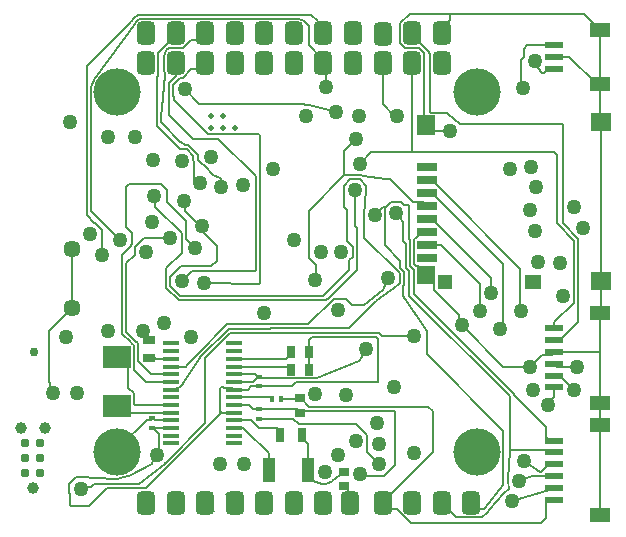
<source format=gbr>
%TF.GenerationSoftware,Altium Limited,Altium Designer,23.4.1 (23)*%
G04 Layer_Physical_Order=6*
G04 Layer_Color=16711680*
%FSLAX45Y45*%
%MOMM*%
%TF.SameCoordinates,7FD56A8D-89A4-4325-8228-A36E225F6F2E*%
%TF.FilePolarity,Positive*%
%TF.FileFunction,Copper,L6,Bot,Signal*%
%TF.Part,Single*%
G01*
G75*
%TA.AperFunction,Conductor*%
%ADD10C,0.15000*%
%TA.AperFunction,SMDPad,CuDef*%
%ADD24R,1.55000X0.60000*%
%ADD25R,1.80000X1.20000*%
%ADD33R,0.75000X1.00000*%
%ADD34R,1.10000X2.05000*%
%ADD49R,0.70000X1.30000*%
%ADD50R,0.50000X0.40000*%
%ADD51R,0.40000X0.50000*%
%TA.AperFunction,ViaPad*%
%ADD55C,0.99101*%
%TA.AperFunction,SMDPad,CuDef*%
%ADD56C,0.78699*%
%ADD57C,0.78689*%
%TA.AperFunction,ComponentPad*%
%ADD58C,1.45000*%
%ADD59C,0.75000*%
%TA.AperFunction,ViaPad*%
%ADD60C,4.00000*%
G04:AMPARAMS|DCode=61|XSize=1.524mm|YSize=2mm|CornerRadius=0.381mm|HoleSize=0mm|Usage=FLASHONLY|Rotation=0.000|XOffset=0mm|YOffset=0mm|HoleType=Round|Shape=RoundedRectangle|*
%AMROUNDEDRECTD61*
21,1,1.52400,1.23800,0,0,0.0*
21,1,0.76200,2.00000,0,0,0.0*
1,1,0.76200,0.38100,-0.61900*
1,1,0.76200,-0.38100,-0.61900*
1,1,0.76200,-0.38100,0.61900*
1,1,0.76200,0.38100,0.61900*
%
%ADD61ROUNDEDRECTD61*%
%ADD62C,1.27000*%
%ADD63C,0.50000*%
%TA.AperFunction,SMDPad,CuDef*%
%ADD64R,1.68000X0.80000*%
%ADD65R,1.30000X1.29000*%
%ADD66R,1.40000X1.29000*%
%ADD67R,1.50000X1.60000*%
%ADD68R,1.70000X1.50000*%
%ADD69R,1.50000X1.70000*%
%ADD70R,0.85000X0.70000*%
%ADD71R,1.00000X0.75000*%
%ADD72R,1.40000X0.38000*%
%ADD73R,2.40000X1.90000*%
D10*
X2724499Y3643235D02*
G03*
X2709359Y3645945I-24499J-93235D01*
G01*
X1504456Y604853D02*
G03*
X1512830Y612327I-59897J75534D01*
G01*
X2351028Y1714290D02*
G03*
X2350843Y1714288I0J-15001D01*
G01*
X3174642Y3046727D02*
G03*
X3183302Y3042518I10541J10673D01*
G01*
X4369948Y347262D02*
G03*
X4370235Y347612I-11454J9687D01*
G01*
X4394949Y369418D02*
G03*
X4396302Y370201I-6830J13356D01*
G01*
X4373666Y351771D02*
G03*
X4372532Y350500I10607J-10607D01*
G01*
X4389614Y366690D02*
G03*
X4385837Y363942I6830J-13356D01*
G01*
X1750003Y3167881D02*
G03*
X1745145Y3198424I-99539J-177D01*
G01*
X1679704Y3304134D02*
G03*
X1687286Y3302077I7582J12944D01*
G01*
X2681068Y4354625D02*
G03*
X2638098Y4372494I-42970J-42731D01*
G01*
X3152828Y1478649D02*
G03*
X3152830Y1478652I-10606J10608D01*
G01*
X3030372Y3048964D02*
G03*
X3025333Y3048114I51612J-321299D01*
G01*
X4000523Y3484911D02*
G03*
X3976137Y3506719I-75523J-59911D01*
G01*
X1501300Y3938102D02*
G03*
X1504026Y3920131I60600J0D01*
G01*
D02*
G03*
X1504560Y3918493I57874J17971D01*
G01*
X1256145Y1645189D02*
G03*
X1255985Y1645349I-24827J-24671D01*
G01*
X1902593Y4407498D02*
G03*
X1907349Y4405541I8001J12688D01*
G01*
X1542561Y4405517D02*
G03*
X1547403Y4407493I-3160J14663D01*
G01*
X1916625Y4403143D02*
G03*
X1907349Y4405540I-28528J-91244D01*
G01*
X1792558Y4405523D02*
G03*
X1797400Y4407498I-3160J14663D01*
G01*
X2292557Y4405523D02*
G03*
X2297399Y4407498I-3160J14663D01*
G01*
X2542559Y4405517D02*
G03*
X2547401Y4407493I-3160J14663D01*
G01*
X1542561Y4405517D02*
G03*
X1533394Y4403145I19339J-93624D01*
G01*
X2152595Y4407493D02*
G03*
X2157352Y4405536I8001J12688D01*
G01*
X1416620Y4403145D02*
G03*
X1407350Y4405540I-28522J-91246D01*
G01*
X1292559Y4405523D02*
G03*
X1282305Y4402803I19339J-93624D01*
G01*
X2402592Y4407498D02*
G03*
X2407348Y4405541I8001J12688D01*
G01*
X1666346Y4403226D02*
G03*
X1670803Y4402499I4616J14273D01*
G01*
X2666344Y4403226D02*
G03*
X2670801Y4402499I4616J14273D01*
G01*
X2666344Y4403226D02*
G03*
X2657350Y4405535I-28246J-91332D01*
G01*
X2542559Y4405517D02*
G03*
X2533392Y4403145I19339J-93624D01*
G01*
X2166345Y4403226D02*
G03*
X2157351Y4405535I-28246J-91332D01*
G01*
X2292557Y4405523D02*
G03*
X2283467Y4403174I19339J-93624D01*
G01*
X2042560Y4405517D02*
G03*
X2033393Y4403145I19339J-93624D01*
G01*
X1666346Y4403226D02*
G03*
X1657352Y4405535I-28246J-91332D01*
G01*
X1792558Y4405523D02*
G03*
X1783468Y4403174I19339J-93624D01*
G01*
X2166345Y4403226D02*
G03*
X2170802Y4402499I4616J14273D01*
G01*
X2042560Y4405517D02*
G03*
X2047402Y4407493I-3160J14663D01*
G01*
X2416624Y4403143D02*
G03*
X2407348Y4405540I-28528J-91244D01*
G01*
X1292559Y4405523D02*
G03*
X1297401Y4407498I-3160J14663D01*
G01*
X1402594Y4407498D02*
G03*
X1407350Y4405541I8001J12688D01*
G01*
X1652596Y4407493D02*
G03*
X1657353Y4405536I8001J12688D01*
G01*
X2652594Y4407493D02*
G03*
X2657351Y4405536I8001J12688D01*
G01*
X3964997Y3513691D02*
G03*
X3962327Y3516306I-64997J-63691D01*
G01*
X3190544Y2720273D02*
G03*
X3189986Y2709784I95843J-10350D01*
G01*
X2835409Y436686D02*
G03*
X2918059Y454073I23485J93496D01*
G01*
X1109362Y477696D02*
G03*
X1203655Y503118I-9361J222303D01*
G01*
X1085510Y477971D02*
G03*
X1109362Y477696I14491J222027D01*
G01*
X4412599Y477965D02*
G03*
X4417227Y415389I93218J-24565D01*
G01*
X4550240Y722965D02*
G03*
X4549561Y722964I-240J-96400D01*
G01*
X2416624Y4403143D02*
G03*
X2420843Y4402499I4351J14356D01*
G01*
X2029124D02*
G03*
X2033393Y4403145I-87J15000D01*
G01*
X1811897Y4372499D02*
G03*
X1787793Y4367499I0J-60600D01*
G01*
X1662192D02*
G03*
X1638100Y4372494I-24092J-55605D01*
G01*
X921384Y3882673D02*
G03*
X882501Y3703096I178617J-132673D01*
G01*
X2529123Y4402499D02*
G03*
X2533392Y4403145I-87J15000D01*
G01*
X1274263Y4399779D02*
G03*
X1223640Y4348640I37635J-87880D01*
G01*
X1280664Y4402382D02*
G03*
X1282305Y4402803I-2900J14717D01*
G01*
X1311898Y4372499D02*
G03*
X1253873Y4329375I0J-60600D01*
G01*
X1416620Y4403145D02*
G03*
X1420845Y4402499I4357J14354D01*
G01*
X1280664Y4402382D02*
G03*
X1275782Y4400548I2755J-14745D01*
G01*
X1916625Y4403143D02*
G03*
X1920844Y4402499I4351J14356D01*
G01*
X1529125D02*
G03*
X1533394Y4403145I-87J15000D01*
G01*
X2311896Y4372499D02*
G03*
X2287792Y4367499I0J-60600D01*
G01*
X847243Y3799189D02*
G03*
X847501Y3699502I252758J-49189D01*
G01*
X2162191Y4367499D02*
G03*
X2138099Y4372494I-24092J-55605D01*
G01*
X1779105Y4402499D02*
G03*
X1783468Y4403174I-87J15000D01*
G01*
X847243Y3799189D02*
G03*
X847501Y3801961I-14742J2772D01*
G01*
X2412200Y4367499D02*
G03*
X2388096Y4372499I-24104J-55600D01*
G01*
X1561900Y4372494D02*
G03*
X1537808Y4367499I0J-60600D01*
G01*
X1274263Y4399779D02*
G03*
X1275782Y4400548I-6003J13747D01*
G01*
X2561898Y4372494D02*
G03*
X2537806Y4367499I0J-60600D01*
G01*
X2279104Y4402499D02*
G03*
X2283467Y4403174I-87J15000D01*
G01*
X1412202Y4367499D02*
G03*
X1388098Y4372499I-24104J-55600D01*
G01*
X1912201Y4367499D02*
G03*
X1888097Y4372499I-24104J-55600D01*
G01*
X2061899Y4372494D02*
G03*
X2037807Y4367499I0J-60600D01*
G01*
X1519108Y4104811D02*
G03*
X1501300Y4061902I42792J-42909D01*
G01*
X1216927Y1633039D02*
G03*
X1231318Y1620519I83073J80961D01*
G01*
X1426161Y2782345D02*
X1648807Y2559700D01*
Y2392160D02*
Y2559700D01*
X1426161Y2782345D02*
Y2860528D01*
X1418345Y2868345D02*
X1426161Y2860528D01*
X2866372Y3606151D02*
X2959333Y3578599D01*
X2670617Y3649724D02*
X2709359Y3645945D01*
X2669049Y3649898D02*
X2670617Y3649724D01*
X2724499Y3643235D02*
X2866372Y3606151D01*
X4002731Y3483293D02*
X4875000D01*
X1325000Y1700001D02*
X1375002Y1649999D01*
X1325000Y1700001D02*
Y1725000D01*
X3522999Y2023646D02*
X3725055Y1725037D01*
X3725000Y1531985D02*
X4372768Y884217D01*
X3725000Y1531985D02*
Y1724982D01*
X3725055Y1725037D01*
X4372768Y421735D02*
Y884217D01*
X4220503Y233788D02*
X4372768Y421735D01*
X1347501Y397501D02*
X1975000Y1025000D01*
X1303754Y397501D02*
X1347501D01*
X1401287Y610306D02*
X1425084Y673698D01*
X1286300Y431860D02*
X1504456Y604853D01*
X1975000Y1025000D02*
Y1050000D01*
X903482Y431860D02*
X1286214D01*
X1512830Y612327D02*
X1848785Y948474D01*
X1457026Y688958D02*
Y857975D01*
X1286214Y431860D02*
X1286300Y431860D01*
X1848785Y948474D02*
Y1499106D01*
X3348760Y1687417D02*
X3619504D01*
X3321644Y1714533D02*
X3348760Y1687417D01*
X3081207Y1714533D02*
X3321644D01*
X2725002Y1650002D02*
X2750000Y1675000D01*
X2724997Y1399997D02*
Y1412497D01*
X3308220Y1292497D02*
Y1660805D01*
X2750000Y1675000D02*
X3294025D01*
X3308220Y1660805D01*
X2617496Y1292497D02*
X3308220D01*
X2390537Y1784990D02*
X2722061D01*
X2389837Y1784290D02*
X2390537Y1784990D01*
X2722061D02*
X2935861Y1998789D01*
X2399207Y1749290D02*
X2399450Y1749532D01*
X2351028Y1714290D02*
X2413704D01*
X3066710Y1749532D02*
X3296635Y1979458D01*
X2413704Y1714290D02*
X3081207Y1714533D01*
X2399450Y1749532D02*
X3066710D01*
X2049472Y1749290D02*
X2399207D01*
X3296635Y1979458D02*
X3424349Y2075862D01*
X2060377Y1710698D02*
X2350843Y1714288D01*
X1848785Y1499106D02*
X2060377Y1710698D01*
X3193718Y1951036D02*
X3351248Y2075334D01*
X2036375Y1784290D02*
X2389837D01*
X3088989Y1951036D02*
X3193718D01*
X2935861Y1998789D02*
X3041236D01*
X1813786Y1513604D02*
X2049472Y1749290D01*
X3041236Y1998789D02*
X3088989Y1951036D01*
X2035675Y1784990D02*
X2036375Y1784290D01*
X1805858Y2603546D02*
X1816037Y2613724D01*
X1824030D01*
X1805858Y2594141D02*
Y2603546D01*
Y2616202D01*
X882501Y3703096D02*
X883581Y2875002D01*
X882501Y2743064D02*
X1130968Y2494597D01*
X882501Y2743064D02*
Y2875000D01*
X847501Y2709215D02*
Y3699502D01*
Y2709215D02*
X910316Y2646400D01*
X975000Y2375000D02*
Y2586330D01*
X914930Y2646400D02*
X975000Y2586330D01*
X910316Y2646400D02*
X914930D01*
X1180000Y1721072D02*
Y2300000D01*
X1253600Y2373600D02*
Y2439930D01*
X1333440Y2519770D01*
X1552407D01*
X1228051Y2463878D02*
Y2555240D01*
X1218600Y2445899D02*
Y2454427D01*
X1145000Y1706837D02*
Y2372299D01*
X1218600Y2445899D01*
X1180000Y2300000D02*
X1253600Y2373600D01*
X1218600Y2454427D02*
X1228051Y2463878D01*
X1519396Y2095210D02*
Y2262749D01*
X1648807Y2392160D01*
X3133391Y2245818D02*
Y2597130D01*
X3117175Y2613346D02*
Y2918367D01*
Y2613346D02*
X3133391Y2597130D01*
X2886967Y1999394D02*
X3133391Y2245818D01*
X3068181Y2243180D02*
Y2328133D01*
X1639103Y2025000D02*
X2850000D01*
X3068181Y2243180D01*
Y2328133D02*
X3098392Y2358344D01*
Y2438204D01*
X3047540Y2489055D02*
X3098392Y2438204D01*
X3047540Y2489055D02*
Y2752460D01*
X3077245Y3014767D02*
X3157105D01*
X3213575Y2958297D01*
Y2878437D02*
Y2958297D01*
X3190543Y2720273D02*
X3200113Y2807268D01*
Y2864975D02*
X3213575Y2878437D01*
X3020775Y2958297D02*
X3077245Y3014767D01*
X3020775Y2779225D02*
X3047540Y2752460D01*
X3020775Y2779225D02*
Y2958297D01*
X3171602Y3049767D02*
X3174576Y3046793D01*
X3027428Y3046020D02*
X3030372Y3048964D01*
X3183302Y3042518D02*
X3183364Y3042510D01*
X2728600Y2747192D02*
X3027428Y3046020D01*
X3062747Y3049767D02*
X3171602D01*
X3030372Y3048964D02*
X3061945D01*
X3200113Y2807268D02*
Y2864975D01*
X3155751Y3146167D02*
X3255568Y3245984D01*
X3061945Y3048964D02*
X3062747Y3049767D01*
X3183364Y3042510D02*
X3376584Y3018910D01*
X3174576Y3046793D02*
X3174642Y3046727D01*
X3190394Y2519545D02*
X3493830Y2216108D01*
X3424349Y2075862D02*
X3428264Y2079778D01*
X3437360D01*
X3493830Y2136248D01*
Y2216108D01*
X3528830Y2121751D02*
Y2230605D01*
X3500000Y2259436D02*
X3528830Y2230605D01*
X3522999Y2023646D02*
Y2115919D01*
X3528830Y2121751D01*
X3500000Y2259436D02*
Y2325000D01*
X3575938Y2025938D02*
X4427500Y1174375D01*
X3547501Y2261432D02*
X3575938Y2232995D01*
X3547501Y2261432D02*
Y2464341D01*
X3575938Y2025938D02*
Y2232995D01*
X3617499Y2040072D02*
Y2246185D01*
X3582501Y2281184D02*
X3617499Y2246185D01*
Y2040072D02*
X4462500Y1195071D01*
Y1188872D02*
Y1195071D01*
X3630681Y2517498D02*
X3647501Y2532500D01*
X3647499Y2276501D02*
X3714999Y2209000D01*
X3582501Y2281184D02*
Y2478838D01*
X3617501Y2295681D02*
X3630681Y2282501D01*
X3617501Y2295681D02*
Y2504318D01*
X3630681Y2282501D02*
X3647499Y2276501D01*
X3647501Y2532500D02*
X3702001Y2565000D01*
X3190394Y2519545D02*
Y2530689D01*
X3189986Y2709784D02*
X3190394Y2530689D01*
X3581130Y2480209D02*
X3582501Y2478838D01*
X4373666Y351771D02*
X4385837Y363942D01*
X4370235Y347612D02*
X4372532Y350500D01*
X4389614Y366690D02*
X4394949Y369418D01*
X3572196Y2505433D02*
X3581130Y2496499D01*
X4261716Y219290D02*
X4369948Y347262D01*
X3581130Y2480209D02*
Y2496499D01*
X4396302Y370201D02*
X4412414Y380689D01*
X3352773Y2076858D02*
X3354940Y2079305D01*
X3397430Y2176178D01*
X3523497Y2488345D02*
X3547501Y2464341D01*
X3523497Y2488345D02*
Y2653114D01*
X3617501Y2504318D02*
X3630681Y2517498D01*
X3572196Y2505433D02*
Y2796584D01*
X3358526Y2781500D02*
X3383323D01*
X3367314Y2457686D02*
Y2772712D01*
Y2457686D02*
X3500000Y2325000D01*
X3356500Y2781500D02*
X3358526D01*
X3529020Y2796584D02*
X3572196D01*
X3503644Y2821960D02*
X3529020Y2796584D01*
X3423784Y2821960D02*
X3503644D01*
X3383323Y2781500D02*
X3423784Y2821960D01*
X1406250Y908751D02*
X1457026Y857975D01*
X808964Y408964D02*
X880586D01*
X903482Y431860D01*
X794586Y394586D02*
X808964Y408964D01*
X708787Y250000D02*
X868766D01*
X700000Y258787D02*
X708787Y250000D01*
X700000Y258787D02*
Y352842D01*
X698186Y354656D02*
X700000Y352842D01*
X1303113Y396860D02*
X1303754Y397501D01*
X1015626Y396860D02*
X1303113D01*
X868766Y250000D02*
X1015626Y396860D01*
X798927Y490888D02*
Y490986D01*
Y490888D02*
X1085509Y477971D01*
X754656Y490986D02*
X798927D01*
X698186Y434516D02*
X754656Y490986D01*
X698186Y354656D02*
Y434516D01*
X1175000Y2608290D02*
X1228051Y2555240D01*
X1180000Y1721072D02*
X1240554Y1658941D01*
X1200000Y2975000D02*
X1471622D01*
X1471622Y2975000D01*
X1175000Y2950000D02*
X1200000Y2975000D01*
X1175000Y2608290D02*
Y2950000D01*
X1685120Y2505519D02*
Y2658674D01*
X1521346Y2822448D02*
X1685120Y2658674D01*
X1471622Y2975000D02*
X1521346Y2925276D01*
Y2822448D02*
Y2925276D01*
X1685120Y2505519D02*
X1762240Y2428400D01*
X1554396Y2109707D02*
X1639103Y2025000D01*
X1624606Y1990000D02*
X2864497D01*
X1519396Y2095210D02*
X1624606Y1990000D01*
X1554396Y2109707D02*
Y2189568D01*
X1640916Y2276088D01*
X1901088D01*
X2864497Y1990000D02*
X2886967Y1999394D01*
X1805858Y2594141D02*
X1950000Y2450000D01*
Y2325000D02*
Y2450000D01*
X1901088Y2276088D02*
X1950000Y2325000D01*
X1669937Y2832598D02*
X1675463Y2827072D01*
Y2746597D02*
Y2827072D01*
Y2746597D02*
X1805858Y2616202D01*
X1632105Y3267077D02*
X1691403D01*
X1438328Y3460855D02*
X1632105Y3267077D01*
X1691403D02*
X1745145Y3213336D01*
Y3198425D02*
Y3213336D01*
Y3198424D02*
Y3198425D01*
X1787702Y3179552D02*
X1814215Y3153039D01*
X1706359Y3302077D02*
X1787702Y3220734D01*
Y3179552D02*
Y3220734D01*
X1640675Y3326998D02*
X1679704Y3304134D01*
X1687286Y3302077D02*
X1706359D01*
X1448698Y4083899D02*
X1600000Y4235201D01*
X1438328Y3460855D02*
Y3879622D01*
X1448698Y3889992D02*
Y4083899D01*
X1438328Y3879622D02*
X1448698Y3889992D01*
X1600000Y4235201D02*
Y4249994D01*
X1742904Y3357096D02*
X1959528D01*
X2275000Y3041625D01*
Y2241551D02*
Y3041625D01*
X1543600Y3556400D02*
Y3829427D01*
Y3556400D02*
X1742904Y3357096D01*
X1543600Y3829427D02*
X1600000Y3885827D01*
Y4000002D01*
X1581478Y3686638D02*
Y3719129D01*
X1657100Y3871400D02*
X1731302Y3945602D01*
X1578600Y3722007D02*
Y3814930D01*
X1635070Y3871400D02*
X1657100D01*
X1578600Y3814930D02*
X1635070Y3871400D01*
X1578600Y3722007D02*
X1581478Y3719129D01*
X1731302Y3945602D02*
X1795602D01*
X1850002Y4000002D01*
X1581478Y3686638D02*
X1876021Y3392096D01*
X3768001Y2674998D02*
X3815498Y2627501D01*
X3817321D02*
X4271400Y2173421D01*
X3724001Y2674998D02*
X3768001D01*
X3815498Y2627501D02*
X3817321D01*
X4271400Y2049011D02*
Y2173421D01*
X3817321Y2847500D02*
X4367800Y2297021D01*
X3768001Y2894997D02*
X3815498Y2847500D01*
X4367800Y1800950D02*
Y2297021D01*
X4346102Y1779251D02*
X4367800Y1800950D01*
X4346102Y1748944D02*
Y1779251D01*
X3815498Y2847500D02*
X3817321D01*
X3724001Y2894997D02*
X3768001D01*
X3817321Y2957498D02*
X4517380Y2257438D01*
X3768001Y3005000D02*
X3815503Y2957498D01*
X4517380Y1900547D02*
Y2257438D01*
X4521500Y1896428D02*
X4521500Y1896427D01*
X4517380Y1900547D02*
X4521500Y1896428D01*
X3815503Y2957498D02*
X3817321D01*
X3724001Y3005000D02*
X3768001D01*
X3456480Y593905D02*
Y1038683D01*
X3447693Y1047470D02*
X3456480Y1038683D01*
X2659967Y1047470D02*
X3447693D01*
X3775000Y700001D02*
Y1050000D01*
X3423609Y348610D02*
X3775000Y700001D01*
X3736303Y1088697D02*
X3775000Y1050000D01*
X2731305Y1088697D02*
X3736303D01*
X2650001Y1162502D02*
X2657500D01*
X2731305Y1088697D01*
X3349999Y275000D02*
Y282240D01*
X3416370Y348610D01*
X3423609D01*
X2650001Y1037503D02*
X2659967Y1047470D01*
X3156401Y516152D02*
X3170951Y501602D01*
X3364177D01*
X3456480Y593905D01*
X3123834Y937496D02*
X3206533Y854797D01*
X3221400Y700848D02*
Y839930D01*
X3206533Y854797D02*
X3221400Y839930D01*
Y700848D02*
X3324247Y598002D01*
X2640688Y937496D02*
X3123834D01*
X2593182Y985002D02*
X2640688Y937496D01*
X2300004Y985002D02*
X2593182D01*
X4782502Y1527501D02*
X4805002Y1550000D01*
X4702501Y1527501D02*
X4782502D01*
X4600000Y1425000D02*
X4702501Y1527501D01*
X4368901Y1425000D02*
X4600000D01*
X4018901Y1775000D02*
X4368901Y1425000D01*
X3714999Y2204000D02*
X3782499Y2136500D01*
Y2075678D02*
Y2136500D01*
Y2075678D02*
X3997471Y1860706D01*
Y1796430D02*
Y1860706D01*
Y1796430D02*
X4018901Y1775000D01*
X2667217Y3650000D02*
X2669049Y3649898D01*
X1800000Y3650000D02*
X2667217D01*
X3351248Y2075334D02*
X3352773Y2076858D01*
X2728600Y2343260D02*
X2785373Y2286487D01*
X2728600Y2343260D02*
Y2740979D01*
X2728600Y2747192D01*
X2781779Y2159606D02*
X2785373Y2274060D01*
X3025333Y3048114D02*
Y3048964D01*
Y3250333D01*
X2785373Y2274060D02*
Y2286487D01*
X2681149Y4354544D02*
X2727555Y4308138D01*
X2681068Y4354625D02*
X2681149Y4354544D01*
X1876021Y3392096D02*
X2301213D01*
X2310000Y3383309D01*
X3155257Y1481835D02*
X3209860Y1577740D01*
X2796528Y1327497D02*
X3150750Y1476572D01*
X3152828Y1478649D01*
X3154258Y1480080D02*
X3155257Y1481835D01*
X3152830Y1478652D02*
X3154258Y1480080D01*
X2326285Y1327497D02*
X2796528D01*
X2299999Y1339997D02*
X2312499Y1327497D01*
X2326285D01*
X2326285Y1327497D01*
X2724997Y1399997D02*
X2725002Y1400002D01*
Y1549994D01*
Y1650002D01*
X3724001Y2454998D02*
X3845002D01*
X4175000Y2125000D01*
Y1900001D02*
Y2125000D01*
X1675000Y3775000D02*
X1800000Y3650000D01*
X1733922Y2232764D02*
X2266213D01*
X2275000Y2241551D01*
X1650796Y2149638D02*
X1733922Y2232764D01*
X2293180Y2127702D02*
X2305607Y2127701D01*
X2310000Y2132095D01*
X1835015Y2136364D02*
X2293180Y2127702D01*
X1650796Y2149638D02*
X1680672Y2145420D01*
X3025333Y3250333D02*
X3125000Y3350000D01*
X4799016Y3245984D02*
X4825000Y3220000D01*
X3595986Y3245984D02*
X4799016D01*
X3255568D02*
X3595986D01*
X3600001Y3250000D02*
Y4000002D01*
X3595986Y3245984D02*
X3600001Y3250000D01*
X4825000Y2639173D02*
Y3220000D01*
X4971400Y1969449D02*
Y2492773D01*
X4825000Y2639173D02*
X4971400Y2492773D01*
X4875000Y2638670D02*
X5006400Y2507270D01*
X4875000Y2638670D02*
Y3483293D01*
X4852502Y1650000D02*
X5006400Y1803898D01*
X4805002Y1803051D02*
X4971400Y1969449D01*
X4805002Y1750000D02*
Y1803051D01*
X5006400Y1803898D02*
Y2507270D01*
X4805002Y1650000D02*
X4852502D01*
X3410194Y3014804D02*
X3413849Y3011149D01*
X3453530Y2971469D01*
X3376584Y3018910D02*
X3378964Y3018619D01*
X3410194Y3014804D01*
X3453530Y2971469D02*
X3604090Y2820911D01*
X3642125Y2817500D02*
X3691501D01*
X3724001Y2785000D01*
X3638714Y2820911D02*
X3642125Y2817500D01*
X3604090Y2820911D02*
X3638714D01*
X1749998Y3003031D02*
X1750003Y3167881D01*
X1473328Y3512174D02*
X1474883Y3496875D01*
X1637651Y3329334D02*
X1640675Y3326998D01*
X1474883Y3496875D02*
X1479199Y3487786D01*
X1637651Y3329334D01*
X1814216Y3153038D02*
X1814217D01*
X1843622Y3123632D01*
X1814215Y3153039D02*
X1814216Y3153038D01*
X1977800Y3022892D02*
X1984044Y3016648D01*
X1981985Y2946218D02*
X1984044Y3010193D01*
Y3016648D01*
X1914630Y3052628D02*
X1977800Y3022892D01*
X1843622Y3123632D02*
X1914630Y3052628D01*
X1473328Y3548371D02*
X1482348Y3616672D01*
X1473328Y3512174D02*
Y3548371D01*
X1482348Y3616672D02*
X1504560Y3896357D01*
X2310000Y2132095D02*
Y3383309D01*
X3463714Y2725560D02*
X3523497Y2653114D01*
X4549820Y626565D02*
X4550000D01*
X4506695Y454899D02*
X4506705Y454909D01*
Y454941D01*
X4525000Y3796128D02*
Y4025000D01*
Y3796128D02*
X4539641Y3781488D01*
X4681724Y3933233D02*
Y3937836D01*
Y3933233D02*
X4702564Y3912394D01*
X4639081Y3980479D02*
Y4010786D01*
Y3980479D02*
X4681724Y3937836D01*
X4719895Y3912394D02*
X4757502Y3950001D01*
X4805002D01*
X4702564Y3912394D02*
X4719895D01*
X3358526Y2781500D02*
X3367314Y2772712D01*
X4445295Y287069D02*
X4735002Y377500D01*
X4805003Y400000D01*
X4175000Y1900000D02*
X4175000Y1900001D01*
X1203969Y503283D02*
X1395293Y604312D01*
X1401287Y610306D01*
X1987497Y1037503D02*
X2092999D01*
X3349999Y275000D02*
X3404399Y220601D01*
X3468700D02*
X3589300Y100000D01*
X1504560Y3896357D02*
Y3918493D01*
X3638096Y4188099D02*
X3675201Y4160000D01*
X3599996Y4249999D02*
X3638096Y4188099D01*
X3976069Y3506761D02*
X3976137Y3506719D01*
X3675201Y4160000D02*
X3735000Y4100202D01*
X3700000Y3547498D02*
X3714999Y3469997D01*
X3735000Y4100202D02*
X3751298Y4076833D01*
Y3586284D02*
Y4076833D01*
X3660704Y4125000D02*
X3700000Y4085705D01*
Y3547498D02*
Y4085705D01*
X3964996Y3513690D02*
X3976069Y3506761D01*
X1245815Y1655518D02*
X1255857Y1645477D01*
X1256241Y1645092D02*
X1277511Y1623823D01*
X1256145Y1645189D02*
X1256241Y1645092D01*
X1255857Y1645477D02*
X1255985Y1645349D01*
X1407350Y4405540D02*
X1407350Y4405541D01*
X2157351Y4405535D02*
X2157352Y4405536D01*
X2407348Y4405540D02*
X2407348Y4405541D01*
X2547401Y4407493D02*
X2652594Y4407493D01*
X1907349Y4405540D02*
X1907349Y4405541D01*
X1297401Y4407498D02*
X1402594Y4407498D01*
X2657350Y4405535D02*
X2657351Y4405536D01*
X1547403Y4407493D02*
X1652596Y4407493D01*
X2670801Y4402499D02*
X2747501D01*
X2297399Y4407498D02*
X2402592Y4407498D01*
X1657352Y4405535D02*
X1657353Y4405536D01*
X2170802Y4402499D02*
X2279104D01*
X1670803D02*
X1779105D01*
X2047402Y4407493D02*
X2152595Y4407493D01*
X1797400Y4407498D02*
X1902593Y4407498D01*
X3450000Y3550000D02*
X3475000D01*
X3349999Y3650001D02*
X3450000Y3550000D01*
X3714999Y3469997D02*
X3782499Y3425000D01*
X3925000D01*
X2762494Y455001D02*
X2835409Y436686D01*
X2918059Y454073D02*
X2990001Y509999D01*
X3025001Y537499D01*
X2714994Y550001D02*
X2762494Y455001D01*
X3286386Y2709923D02*
X3351801Y2776801D01*
X3356500Y2781500D01*
X1243978Y1655518D02*
X1245815D01*
X1277511Y1478167D02*
X1393177Y1362501D01*
X1240554Y1658941D02*
X1243978Y1655518D01*
X1277511Y1478167D02*
Y1623823D01*
X4506705Y454941D02*
X4616393Y498248D01*
X4417227Y415389D02*
X4421727Y394930D01*
X4188713Y152500D02*
X4232426Y190000D01*
X3972500Y152500D02*
X4188713D01*
X4616393Y498248D02*
X4628820D01*
X4421201Y389476D02*
X4421727Y394930D01*
X4211716Y225000D02*
X4220503Y233788D01*
X4412414Y380689D02*
X4421201Y389476D01*
X4232426Y190000D02*
X4261716Y219290D01*
X4150000Y225000D02*
X4211716D01*
X4427500Y713318D02*
Y725000D01*
X4628820Y498248D02*
X4630503Y496564D01*
X4412599Y477965D02*
X4427500Y713318D01*
X4448714Y722505D02*
X4549561Y722964D01*
X4550240Y722964D02*
X4735002Y722505D01*
X4805003Y700004D01*
X4429996Y722505D02*
X4448714D01*
X4693461Y535958D02*
X4757503Y600000D01*
X4681034Y535958D02*
X4693461Y535958D01*
X4427500Y725000D02*
X4429996Y722505D01*
X4550000Y626565D02*
X4681034Y535958D01*
X4707000Y500000D02*
X4805003D01*
X4703565Y496564D02*
X4707000Y500000D01*
X4630503Y496564D02*
X4703565D01*
X1242511Y1400686D02*
X1345695Y1297503D01*
X1556998D01*
X1242511Y1400686D02*
Y1609325D01*
X1198380Y1243452D02*
Y1431635D01*
X1100011Y1505006D02*
X1125010D01*
X1198380Y1431635D01*
Y1243452D02*
X1242510Y1199322D01*
X847501Y3801961D02*
Y3972501D01*
X1561900Y4372494D02*
X1638100D01*
X2727555Y4146247D02*
Y4308138D01*
X1311898Y4372499D02*
X1388098D01*
X2162191Y4367499D02*
X2287792D01*
X2420843Y4402499D02*
X2529123D01*
X2061899Y4372494D02*
X2138099D01*
X2311896Y4372499D02*
X2388096D01*
X1811897D02*
X1888097D01*
X2412200Y4367499D02*
X2537806D01*
X1420845Y4402499D02*
X1529125D01*
X847501Y3972501D02*
X1223640Y4348640D01*
X1912201Y4367499D02*
X2037807D01*
X921384Y3882673D02*
X1253873Y4329375D01*
X1412202Y4367499D02*
X1537808D01*
X2561898Y4372494D02*
X2638098D01*
X1662192Y4367499D02*
X1787793D01*
X1920844Y4402499D02*
X2029124D01*
X1541791Y4127494D02*
X1663201D01*
X1501300Y3938102D02*
Y4061902D01*
X1519108Y4104811D02*
X1541791Y4127494D01*
X1686114Y1427500D02*
X1694901Y1436288D01*
X1778786Y1528101D01*
X1556998Y1232504D02*
X1619498Y1244004D01*
X1778786Y1528101D02*
X2035675Y1784990D01*
X1636318Y1256003D02*
X1649498Y1269183D01*
X1619498Y1244004D02*
X1636318Y1256003D01*
X1649498Y1269183D02*
X1813786Y1513604D01*
X1556998Y1427500D02*
X1686114D01*
X2584997Y1259997D02*
X2617496Y1292497D01*
X4466111Y1183048D02*
X4735003Y914156D01*
Y822504D02*
X4805003Y800004D01*
X4735003Y822504D02*
Y914156D01*
X4462500Y1188872D02*
X4462500Y1186659D01*
X4466111Y1183048D01*
X4693713Y100000D02*
X4735003Y141290D01*
X3589300Y100000D02*
X4693713D01*
X3850000Y267761D02*
Y275000D01*
X3916371Y201390D02*
X3923610D01*
X3850000Y267761D02*
X3916371Y201390D01*
X3923610D02*
X3972500Y152500D01*
X2875000Y3791000D02*
Y3975002D01*
X1203655Y503118D02*
X1203969Y503283D01*
X4544902Y4044902D02*
Y4119902D01*
X4525000Y4025000D02*
X4544902Y4044902D01*
X3897503Y3577498D02*
X3962327Y3516305D01*
X3760085Y3577498D02*
X3897503D01*
X3925000Y4416213D02*
X5056290D01*
X3580509D02*
X3925000D01*
Y4360701D02*
Y4416213D01*
X3850000Y4250000D02*
Y4285701D01*
X3925000Y4360701D01*
X5056290Y4416213D02*
X5192500Y4280003D01*
X3501296Y4337000D02*
X3580509Y4416213D01*
X3501296Y4162998D02*
Y4337000D01*
Y4162998D02*
X3539293Y4125000D01*
X3660704D01*
X2118003Y1102497D02*
X2219938D01*
X1231318Y1620518D02*
X1242511Y1609325D01*
X1145000Y1706837D02*
X1216926Y1633038D01*
X3349999Y3650001D02*
Y4000002D01*
X4805002Y1166620D02*
Y1250001D01*
X4750000Y1111618D02*
X4805002Y1166620D01*
X4750000Y1100000D02*
Y1111618D01*
X4805002Y1350001D02*
X4852502D01*
X4975000Y1227503D01*
Y1225000D02*
Y1227503D01*
X2850000Y4000002D02*
X2875000Y3975002D01*
X4544902Y4119902D02*
X4575001Y4150001D01*
X4805002D01*
Y1450001D02*
X4827502Y1427501D01*
X4997500D01*
X5000000Y1425000D01*
X2800190Y4299804D02*
X2850000Y4249994D01*
X2800190Y4299804D02*
Y4349810D01*
X2747501Y4402499D02*
X2800190Y4349810D01*
X2637499Y1150000D02*
X2650001Y1162502D01*
X538139Y1227636D02*
X559569Y1206206D01*
X538139Y1227636D02*
Y1286568D01*
X525000Y1299707D02*
X538139Y1286568D01*
X525000Y1299707D02*
Y1725000D01*
X4805002Y1550000D02*
X5192500D01*
Y1880002D01*
Y1119999D02*
Y1550000D01*
X3751298Y3586284D02*
X3760085Y3577498D01*
X5200000Y1887503D02*
Y2150000D01*
X5192500Y1880002D02*
X5200000Y1887503D01*
X5192500Y930002D02*
Y1119999D01*
Y930002D02*
X5192500Y930001D01*
X4757503Y600000D02*
X4805003D01*
X2299999Y1259997D02*
X2584997D01*
X1975000Y1050000D02*
Y1241213D01*
Y1050000D02*
X1987497Y1037503D01*
X2081499Y1244004D02*
X2092999Y1232504D01*
X2004783Y1244004D02*
X2081499D01*
X1998787Y1250000D02*
X2004783Y1244004D01*
X1983787Y1250000D02*
X1998787D01*
X1975000Y1241213D02*
X1983787Y1250000D01*
X1100001Y699998D02*
Y725001D01*
X1387501Y977501D02*
X1400001Y990000D01*
X1352501Y977501D02*
X1387501D01*
X1100001Y725001D02*
X1352501Y977501D01*
X1406250Y908751D02*
X1555748D01*
X2714994Y550001D02*
Y774994D01*
X5192500Y170003D02*
Y930001D01*
X5200000Y2150000D02*
Y3500000D01*
X4805002Y4050001D02*
X4932503D01*
X5162500Y3820004D01*
X5192500D01*
Y3507500D02*
Y3820004D01*
Y3507500D02*
X5200000Y3500000D01*
X5192500Y3820004D02*
Y4280003D01*
X725000Y1925000D02*
Y2424999D01*
X525000Y1725000D02*
X725000Y1925000D01*
X1393177Y1362501D02*
X1556998D01*
X4427500Y725000D02*
Y1174375D01*
X4735003Y141290D02*
Y277500D01*
X4757503Y300000D02*
X4805003D01*
X4735003Y277500D02*
X4757503Y300000D01*
X3404399Y220601D02*
X3468700D01*
X4100000Y275000D02*
X4150000Y225000D01*
X2727555Y4146247D02*
X2850000Y4023802D01*
Y4000002D02*
Y4023802D01*
X1663201Y4127494D02*
X1731307Y4195599D01*
X1795597D02*
X1849997Y4249999D01*
X1731307Y4195599D02*
X1795597D01*
X2099999Y275000D02*
Y282240D01*
X2033629Y348610D02*
X2099999Y282240D01*
X2026389Y348610D02*
X2033629D01*
X1850002Y267761D02*
X1916373Y201391D01*
X1850002Y267761D02*
Y275000D01*
X1916373Y201391D02*
X1923612D01*
X1432502Y1492499D02*
X1582002D01*
X1242510Y1111285D02*
Y1199322D01*
Y1111285D02*
X1251299Y1102502D01*
X1556998D01*
X1157512Y1037503D02*
X1556998D01*
X1100011Y1095004D02*
X1157512Y1037503D01*
X1422510Y972500D02*
X1556998D01*
X1405004Y990000D02*
X1422510Y972500D01*
X1400001Y990000D02*
X1405004D01*
X1555748Y908751D02*
X1556998Y907501D01*
X3025001Y412501D02*
X3032504D01*
X3060002Y385003D01*
Y289997D02*
Y385003D01*
Y289997D02*
X3074998Y275000D01*
X2118003Y907496D02*
X2169006D01*
X2192506Y883996D01*
X2197327D01*
X2300690Y907496D02*
X2452490D01*
X2479988Y849996D02*
Y879998D01*
X2452490Y907496D02*
X2479988Y879998D01*
X2669990Y819998D02*
X2714994Y774994D01*
X2669990Y819998D02*
Y849996D01*
X2197327Y883996D02*
X2384997Y696320D01*
Y550001D02*
Y696320D01*
X2118003Y1297498D02*
X2252496D01*
X2295000Y1339997D02*
X2299999D01*
X2547506Y1427495D02*
X2574999Y1399997D01*
X2118003Y1362496D02*
X2272506D01*
X2118003Y1427495D02*
X2547506D01*
X2252496Y1297498D02*
X2295000Y1339997D01*
X2272506Y1362496D02*
X2295000Y1339997D01*
X2118003Y1492499D02*
X2530001D01*
X2574999Y1537497D01*
Y1549994D01*
X1375002Y1499997D02*
X1424999D01*
X1432502Y1492499D01*
X2118003Y972495D02*
X2235696D01*
X2622503Y1065001D02*
X2650001Y1037503D01*
X2300004Y1065001D02*
X2622503D01*
X2212003Y1232499D02*
X2239501Y1259997D01*
X2299999D01*
X2490001Y1150000D02*
X2637499D01*
X2118003Y1232499D02*
X2212003D01*
X2397504Y1167496D02*
X2410001Y1154994D01*
X2118003Y1167496D02*
X2397504D01*
X2410001Y1150000D02*
Y1154994D01*
X2257433Y1065001D02*
X2300004D01*
X2219938Y1102497D02*
X2257433Y1065001D01*
X2235696Y972495D02*
X2300690Y907496D01*
X1580752Y908751D02*
X1582002Y907496D01*
D24*
X4805003Y300000D02*
D03*
Y400000D02*
D03*
Y500000D02*
D03*
Y700004D02*
D03*
Y800004D02*
D03*
Y600000D02*
D03*
X4805002Y4150001D02*
D03*
Y3950001D02*
D03*
Y4050001D02*
D03*
Y1250001D02*
D03*
Y1350001D02*
D03*
Y1450001D02*
D03*
Y1650000D02*
D03*
Y1750000D02*
D03*
Y1550000D02*
D03*
D25*
X5192500Y170003D02*
D03*
Y930001D02*
D03*
X5192500Y3820004D02*
D03*
Y4280003D02*
D03*
Y1119999D02*
D03*
Y1880002D02*
D03*
D33*
X2574999Y1549994D02*
D03*
X2725002D02*
D03*
X2574999Y1399997D02*
D03*
X2724997D02*
D03*
D34*
X2384997Y550001D02*
D03*
X2714994D02*
D03*
D49*
X2479988Y849996D02*
D03*
X2669990D02*
D03*
D50*
X2299999Y1259997D02*
D03*
Y1339997D02*
D03*
X2300004Y985002D02*
D03*
Y1065001D02*
D03*
X1400001Y910000D02*
D03*
Y990000D02*
D03*
D51*
X2410001Y1150000D02*
D03*
X2490001D02*
D03*
D55*
X287020Y906780D02*
D03*
X388620Y398780D02*
D03*
X490220Y906780D02*
D03*
D56*
X325120Y525780D02*
D03*
Y652780D02*
D03*
X452120Y525780D02*
D03*
Y652780D02*
D03*
X325120Y779780D02*
D03*
D57*
X452120D02*
D03*
D58*
X725000Y2424999D02*
D03*
Y1925000D02*
D03*
D59*
X399996Y1550000D02*
D03*
D60*
X1100001Y699998D02*
D03*
X4150003Y3750000D02*
D03*
Y699998D02*
D03*
X1100001Y3750000D02*
D03*
D61*
X3850000Y4250000D02*
D03*
X3849998Y4000002D02*
D03*
X3600001D02*
D03*
X3599996Y4249999D02*
D03*
X3349994Y4240799D02*
D03*
X3349999Y4000002D02*
D03*
X3100002D02*
D03*
X3099997Y4249994D02*
D03*
X2850000D02*
D03*
Y4000002D02*
D03*
X2599998D02*
D03*
Y4249994D02*
D03*
X2349996Y4249999D02*
D03*
X2099999Y4000002D02*
D03*
Y4249994D02*
D03*
X1849997Y4249999D02*
D03*
X1850002Y4000002D02*
D03*
X1600000D02*
D03*
Y4249994D02*
D03*
X1349998Y4249999D02*
D03*
Y3999997D02*
D03*
X4100000Y275000D02*
D03*
X3850000D02*
D03*
X3600000D02*
D03*
X3349999Y275000D02*
D03*
X3074998D02*
D03*
X2850000D02*
D03*
X2600003D02*
D03*
X2350001D02*
D03*
X1850002D02*
D03*
X1600000D02*
D03*
X1350003D02*
D03*
X2350001Y4000002D02*
D03*
X2099999Y275000D02*
D03*
D62*
X4425000Y3100000D02*
D03*
X4610166Y3118962D02*
D03*
X1400000Y2650000D02*
D03*
X2700000Y3550000D02*
D03*
X2959333Y3578599D02*
D03*
X3150000Y3550000D02*
D03*
X1444560Y680387D02*
D03*
X1824030Y2613724D02*
D03*
X1130968Y2494597D02*
D03*
X3155751Y3146167D02*
D03*
X1650796Y2149638D02*
D03*
X3317800Y774884D02*
D03*
X1899668Y3204108D02*
D03*
X3397430Y2176178D02*
D03*
X2781779Y2159606D02*
D03*
X2858894Y538404D02*
D03*
X2972601Y679739D02*
D03*
X4346102Y1748944D02*
D03*
X3445527Y1250000D02*
D03*
X1981985Y2946218D02*
D03*
X4271400Y2049011D02*
D03*
X3300000Y951070D02*
D03*
X4665941Y2309832D02*
D03*
X1835015Y2136364D02*
D03*
X1651473Y3170677D02*
D03*
X2424712Y3100970D02*
D03*
X3463714Y2725560D02*
D03*
X2976438Y1902389D02*
D03*
X4549820Y626565D02*
D03*
X4506695Y454899D02*
D03*
X4875000Y2025000D02*
D03*
X1418345Y2868345D02*
D03*
X3117175Y2918367D02*
D03*
X1403600Y3174870D02*
D03*
X1500000Y1800000D02*
D03*
X1325000Y1725000D02*
D03*
X794586Y394586D02*
D03*
X3156401Y516152D02*
D03*
X4539641Y3781488D02*
D03*
X4639081Y4010786D02*
D03*
X4445295Y287069D02*
D03*
X2781401Y1196097D02*
D03*
X3042671Y1185097D02*
D03*
X3209860Y1577740D02*
D03*
X3619504Y1687417D02*
D03*
X4175000Y1900000D02*
D03*
X2171901Y2965796D02*
D03*
X767245Y1201051D02*
D03*
X1725000Y1675000D02*
D03*
X3618165Y693165D02*
D03*
X1762240Y2428400D02*
D03*
X4018901Y1775000D02*
D03*
X3125000Y800000D02*
D03*
X3324247Y598002D02*
D03*
X1669937Y2832598D02*
D03*
X1807755Y2977404D02*
D03*
X1552407Y2519770D02*
D03*
X1350000Y2400000D02*
D03*
X875000Y2550000D02*
D03*
X1250000Y3375000D02*
D03*
X1675000Y3775000D02*
D03*
X2600000Y2500000D02*
D03*
X3001991Y2398274D02*
D03*
X2825000Y2400000D02*
D03*
X3125000Y3350000D02*
D03*
X3475000Y3550000D02*
D03*
X3925000Y3425000D02*
D03*
X4521500Y1896428D02*
D03*
X3286386Y2709923D02*
D03*
X2349907Y1880690D02*
D03*
X1025002Y1724998D02*
D03*
X672254Y1676964D02*
D03*
X4850000Y2300000D02*
D03*
X4638602Y2577974D02*
D03*
X4600155Y2750748D02*
D03*
X5050000Y2600000D02*
D03*
X4648732Y2946214D02*
D03*
X2875000Y3791000D02*
D03*
X4975000Y2775000D02*
D03*
X4624842Y1225158D02*
D03*
X975000Y2375000D02*
D03*
X4750000Y1100000D02*
D03*
X4975000Y1225000D02*
D03*
X5000000Y1425000D02*
D03*
X559569Y1206206D02*
D03*
X4600000Y1425000D02*
D03*
X700000Y3500000D02*
D03*
X1025000Y3375000D02*
D03*
X2175000Y600000D02*
D03*
X1975000D02*
D03*
D63*
X2099999Y3450000D02*
D03*
X1999999Y3550000D02*
D03*
Y3450000D02*
D03*
X1900000Y3550000D02*
D03*
Y3450000D02*
D03*
D64*
X3724001Y3114997D02*
D03*
Y3005000D02*
D03*
Y2894997D02*
D03*
Y2785000D02*
D03*
Y2674998D02*
D03*
Y2454998D02*
D03*
Y2345001D02*
D03*
Y2565000D02*
D03*
D65*
X3879998Y2139500D02*
D03*
D66*
X4619996D02*
D03*
D67*
X3714999Y2204000D02*
D03*
D68*
X5200000Y2150000D02*
D03*
Y3500000D02*
D03*
D69*
X3714999Y3469997D02*
D03*
D70*
X2650001Y1162502D02*
D03*
Y1037503D02*
D03*
X3025001Y537499D02*
D03*
Y412501D02*
D03*
D71*
X1375002Y1499997D02*
D03*
Y1649999D02*
D03*
D72*
X2092999Y1102502D02*
D03*
Y1362501D02*
D03*
Y1297503D02*
D03*
X1556998Y777504D02*
D03*
Y842503D02*
D03*
Y1557502D02*
D03*
Y1622501D02*
D03*
X2092999D02*
D03*
Y1557502D02*
D03*
Y842503D02*
D03*
Y777504D02*
D03*
Y907501D02*
D03*
Y972500D02*
D03*
Y1037503D02*
D03*
Y1167501D02*
D03*
Y1232504D02*
D03*
Y1427500D02*
D03*
Y1492504D02*
D03*
X1556998D02*
D03*
Y1427500D02*
D03*
Y1362501D02*
D03*
Y1297503D02*
D03*
Y1232504D02*
D03*
Y1167501D02*
D03*
Y1102502D02*
D03*
Y1037503D02*
D03*
Y972500D02*
D03*
Y907501D02*
D03*
D73*
X1100011Y1095004D02*
D03*
Y1505006D02*
D03*
%TF.MD5,a498a02e0a199849b035d7e6e8dc7544*%
M02*

</source>
